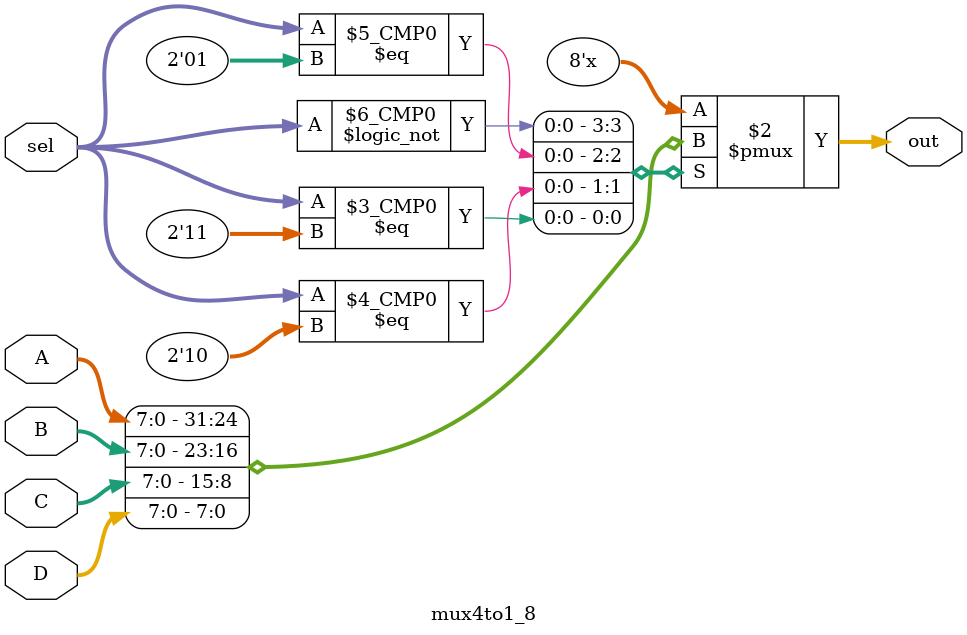
<source format=v>
module mux4to1_8(
    input  wire [7:0] A,
    input  wire [7:0] B,
    input  wire [7:0] C,
    input  wire [7:0] D,
    input  wire [1:0] sel,
    output reg  [7:0] out
);
    always @(*) begin
        case (sel)
            2'b00: out = A;
            2'b01: out = B;
            2'b10: out = C;
            2'b11: out = D;
            default: out = 8'b0;
        endcase
    end
endmodule
</source>
